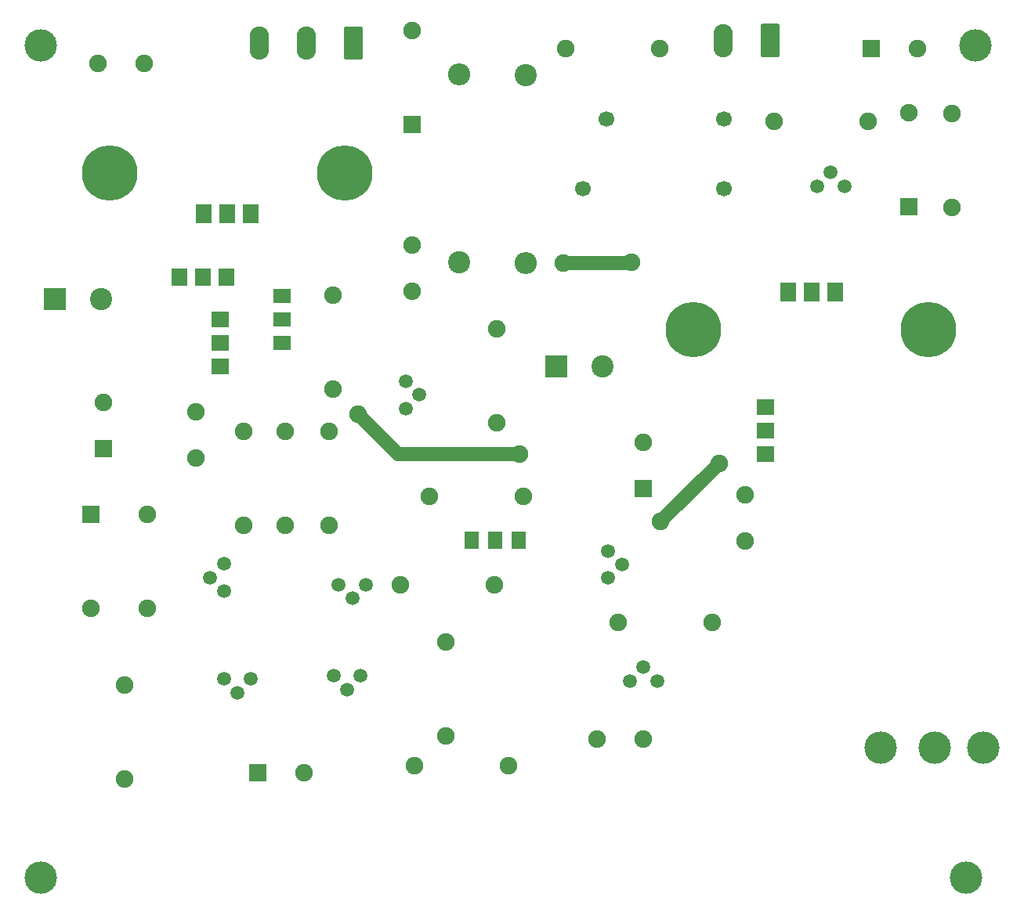
<source format=gbr>
G04 #@! TF.GenerationSoftware,KiCad,Pcbnew,(5.0.0)*
G04 #@! TF.CreationDate,2020-04-22T19:32:48+02:00*
G04 #@! TF.ProjectId,BE_Amplificateur_Audio,42455F416D706C696669636174657572,V0*
G04 #@! TF.SameCoordinates,Original*
G04 #@! TF.FileFunction,Copper,L1,Top,Signal*
G04 #@! TF.FilePolarity,Positive*
%FSLAX46Y46*%
G04 Gerber Fmt 4.6, Leading zero omitted, Abs format (unit mm)*
G04 Created by KiCad (PCBNEW (5.0.0)) date 04/22/20 19:32:48*
%MOMM*%
%LPD*%
G01*
G04 APERTURE LIST*
G04 #@! TA.AperFunction,ComponentPad*
%ADD10C,1.700000*%
G04 #@! TD*
G04 #@! TA.AperFunction,ComponentPad*
%ADD11C,1.900000*%
G04 #@! TD*
G04 #@! TA.AperFunction,ComponentPad*
%ADD12R,1.900000X1.900000*%
G04 #@! TD*
G04 #@! TA.AperFunction,ComponentPad*
%ADD13O,2.080000X3.600000*%
G04 #@! TD*
G04 #@! TA.AperFunction,Conductor*
%ADD14C,0.100000*%
G04 #@! TD*
G04 #@! TA.AperFunction,ComponentPad*
%ADD15C,2.080000*%
G04 #@! TD*
G04 #@! TA.AperFunction,ComponentPad*
%ADD16R,2.400000X2.400000*%
G04 #@! TD*
G04 #@! TA.AperFunction,ComponentPad*
%ADD17C,2.400000*%
G04 #@! TD*
G04 #@! TA.AperFunction,ComponentPad*
%ADD18O,1.900000X1.900000*%
G04 #@! TD*
G04 #@! TA.AperFunction,ComponentPad*
%ADD19C,6.000000*%
G04 #@! TD*
G04 #@! TA.AperFunction,ComponentPad*
%ADD20C,1.500000*%
G04 #@! TD*
G04 #@! TA.AperFunction,ComponentPad*
%ADD21R,1.900000X1.700000*%
G04 #@! TD*
G04 #@! TA.AperFunction,ComponentPad*
%ADD22R,1.700000X1.900000*%
G04 #@! TD*
G04 #@! TA.AperFunction,ComponentPad*
%ADD23R,1.800000X2.000000*%
G04 #@! TD*
G04 #@! TA.AperFunction,ComponentPad*
%ADD24O,2.400000X2.400000*%
G04 #@! TD*
G04 #@! TA.AperFunction,ComponentPad*
%ADD25R,1.900000X1.500000*%
G04 #@! TD*
G04 #@! TA.AperFunction,ComponentPad*
%ADD26R,1.500000X1.900000*%
G04 #@! TD*
G04 #@! TA.AperFunction,ComponentPad*
%ADD27C,3.500000*%
G04 #@! TD*
G04 #@! TA.AperFunction,ViaPad*
%ADD28C,3.500000*%
G04 #@! TD*
G04 #@! TA.AperFunction,ViaPad*
%ADD29C,1.900000*%
G04 #@! TD*
G04 #@! TA.AperFunction,Conductor*
%ADD30C,1.500000*%
G04 #@! TD*
G04 APERTURE END LIST*
D10*
G04 #@! TO.P,U1,7*
G04 #@! TO.N,Net-(R11-Pad2)*
X91498100Y-42692800D03*
G04 #@! TO.P,U1,1*
G04 #@! TO.N,Net-(J2-Pad2)*
X94038100Y-35092800D03*
G04 #@! TO.P,U1,6*
G04 #@! TO.N,Net-(D1-Pad2)*
X106738100Y-42692800D03*
G04 #@! TO.P,U1,2*
G04 #@! TO.N,Net-(R16-Pad1)*
X106738100Y-35092800D03*
G04 #@! TD*
D11*
G04 #@! TO.P,C3,2*
G04 #@! TO.N,-12V*
X127631200Y-27533600D03*
D12*
G04 #@! TO.P,C3,1*
G04 #@! TO.N,Net-(C3-Pad1)*
X122631200Y-27533600D03*
G04 #@! TD*
D11*
G04 #@! TO.P,C5,2*
G04 #@! TO.N,GND*
X49644300Y-66805800D03*
G04 #@! TO.P,C5,1*
G04 #@! TO.N,+12V*
X49644300Y-71805800D03*
G04 #@! TD*
G04 #@! TO.P,C7,1*
G04 #@! TO.N,GND*
X108966000Y-75742800D03*
G04 #@! TO.P,C7,2*
G04 #@! TO.N,-12V*
X108966000Y-80742800D03*
G04 #@! TD*
G04 #@! TO.P,C9,2*
G04 #@! TO.N,+12V*
X39069000Y-29095700D03*
G04 #@! TO.P,C9,1*
G04 #@! TO.N,GND*
X44069000Y-29095700D03*
G04 #@! TD*
G04 #@! TO.P,C11,1*
G04 #@! TO.N,-12V*
X73050400Y-48742600D03*
G04 #@! TO.P,C11,2*
G04 #@! TO.N,GND*
X73050400Y-53742600D03*
G04 #@! TD*
D13*
G04 #@! TO.P,J2,2*
G04 #@! TO.N,Net-(J2-Pad2)*
X106629200Y-26619200D03*
D14*
G04 #@! TD*
G04 #@! TO.N,GND*
G04 #@! TO.C,J2*
G36*
X112523705Y-24820404D02*
X112547973Y-24824004D01*
X112571772Y-24829965D01*
X112594871Y-24838230D01*
X112617050Y-24848720D01*
X112638093Y-24861332D01*
X112657799Y-24875947D01*
X112675977Y-24892423D01*
X112692453Y-24910601D01*
X112707068Y-24930307D01*
X112719680Y-24951350D01*
X112730170Y-24973529D01*
X112738435Y-24996628D01*
X112744396Y-25020427D01*
X112747996Y-25044695D01*
X112749200Y-25069199D01*
X112749200Y-28169201D01*
X112747996Y-28193705D01*
X112744396Y-28217973D01*
X112738435Y-28241772D01*
X112730170Y-28264871D01*
X112719680Y-28287050D01*
X112707068Y-28308093D01*
X112692453Y-28327799D01*
X112675977Y-28345977D01*
X112657799Y-28362453D01*
X112638093Y-28377068D01*
X112617050Y-28389680D01*
X112594871Y-28400170D01*
X112571772Y-28408435D01*
X112547973Y-28414396D01*
X112523705Y-28417996D01*
X112499201Y-28419200D01*
X110919199Y-28419200D01*
X110894695Y-28417996D01*
X110870427Y-28414396D01*
X110846628Y-28408435D01*
X110823529Y-28400170D01*
X110801350Y-28389680D01*
X110780307Y-28377068D01*
X110760601Y-28362453D01*
X110742423Y-28345977D01*
X110725947Y-28327799D01*
X110711332Y-28308093D01*
X110698720Y-28287050D01*
X110688230Y-28264871D01*
X110679965Y-28241772D01*
X110674004Y-28217973D01*
X110670404Y-28193705D01*
X110669200Y-28169201D01*
X110669200Y-25069199D01*
X110670404Y-25044695D01*
X110674004Y-25020427D01*
X110679965Y-24996628D01*
X110688230Y-24973529D01*
X110698720Y-24951350D01*
X110711332Y-24930307D01*
X110725947Y-24910601D01*
X110742423Y-24892423D01*
X110760601Y-24875947D01*
X110780307Y-24861332D01*
X110801350Y-24848720D01*
X110823529Y-24838230D01*
X110846628Y-24829965D01*
X110870427Y-24824004D01*
X110894695Y-24820404D01*
X110919199Y-24819200D01*
X112499201Y-24819200D01*
X112523705Y-24820404D01*
X112523705Y-24820404D01*
G37*
D15*
G04 #@! TO.P,J2,1*
G04 #@! TO.N,GND*
X111709200Y-26619200D03*
G04 #@! TD*
D12*
G04 #@! TO.P,C1,1*
G04 #@! TO.N,Net-(C1-Pad1)*
X56349900Y-105791000D03*
D11*
G04 #@! TO.P,C1,2*
G04 #@! TO.N,Net-(C1-Pad2)*
X61349900Y-105791000D03*
G04 #@! TD*
G04 #@! TO.P,C2,1*
G04 #@! TO.N,Net-(C2-Pad1)*
X92989400Y-102209600D03*
G04 #@! TO.P,C2,2*
G04 #@! TO.N,Net-(C2-Pad2)*
X97989400Y-102209600D03*
G04 #@! TD*
G04 #@! TO.P,C4,2*
G04 #@! TO.N,GND*
X39662100Y-65764400D03*
D12*
G04 #@! TO.P,C4,1*
G04 #@! TO.N,+12V*
X39662100Y-70764400D03*
G04 #@! TD*
G04 #@! TO.P,C6,1*
G04 #@! TO.N,GND*
X97993200Y-75082400D03*
D11*
G04 #@! TO.P,C6,2*
G04 #@! TO.N,-12V*
X97993200Y-70082400D03*
G04 #@! TD*
D16*
G04 #@! TO.P,C8,1*
G04 #@! TO.N,+12V*
X34366200Y-54622700D03*
D17*
G04 #@! TO.P,C8,2*
G04 #@! TO.N,GND*
X39366200Y-54622700D03*
G04 #@! TD*
D16*
G04 #@! TO.P,C10,1*
G04 #@! TO.N,GND*
X88607900Y-61887100D03*
D17*
G04 #@! TO.P,C10,2*
G04 #@! TO.N,-12V*
X93607900Y-61887100D03*
G04 #@! TD*
D12*
G04 #@! TO.P,D1,1*
G04 #@! TO.N,+12V*
X72999600Y-35674300D03*
D18*
G04 #@! TO.P,D1,2*
G04 #@! TO.N,Net-(D1-Pad2)*
X72999600Y-25514300D03*
G04 #@! TD*
D12*
G04 #@! TO.P,D2,1*
G04 #@! TO.N,Net-(D2-Pad1)*
X126695200Y-44640500D03*
D18*
G04 #@! TO.P,D2,2*
G04 #@! TO.N,Net-(C3-Pad1)*
X126695200Y-34480500D03*
G04 #@! TD*
G04 #@! TO.P,Dz1,2*
G04 #@! TO.N,Net-(Dz1-Pad2)*
X38328600Y-88074500D03*
D12*
G04 #@! TO.P,Dz1,1*
G04 #@! TO.N,+12V*
X38328600Y-77914500D03*
G04 #@! TD*
D19*
G04 #@! TO.P,HS1,1*
G04 #@! TO.N,N/C*
X103420462Y-57855449D03*
X128820462Y-57855449D03*
G04 #@! TD*
G04 #@! TO.P,HS2,1*
G04 #@! TO.N,N/C*
X40360600Y-40970200D03*
X65760600Y-40970200D03*
G04 #@! TD*
D14*
G04 #@! TO.N,-12V*
G04 #@! TO.C,J3*
G36*
X67476805Y-25112504D02*
X67501073Y-25116104D01*
X67524872Y-25122065D01*
X67547971Y-25130330D01*
X67570150Y-25140820D01*
X67591193Y-25153432D01*
X67610899Y-25168047D01*
X67629077Y-25184523D01*
X67645553Y-25202701D01*
X67660168Y-25222407D01*
X67672780Y-25243450D01*
X67683270Y-25265629D01*
X67691535Y-25288728D01*
X67697496Y-25312527D01*
X67701096Y-25336795D01*
X67702300Y-25361299D01*
X67702300Y-28461301D01*
X67701096Y-28485805D01*
X67697496Y-28510073D01*
X67691535Y-28533872D01*
X67683270Y-28556971D01*
X67672780Y-28579150D01*
X67660168Y-28600193D01*
X67645553Y-28619899D01*
X67629077Y-28638077D01*
X67610899Y-28654553D01*
X67591193Y-28669168D01*
X67570150Y-28681780D01*
X67547971Y-28692270D01*
X67524872Y-28700535D01*
X67501073Y-28706496D01*
X67476805Y-28710096D01*
X67452301Y-28711300D01*
X65872299Y-28711300D01*
X65847795Y-28710096D01*
X65823527Y-28706496D01*
X65799728Y-28700535D01*
X65776629Y-28692270D01*
X65754450Y-28681780D01*
X65733407Y-28669168D01*
X65713701Y-28654553D01*
X65695523Y-28638077D01*
X65679047Y-28619899D01*
X65664432Y-28600193D01*
X65651820Y-28579150D01*
X65641330Y-28556971D01*
X65633065Y-28533872D01*
X65627104Y-28510073D01*
X65623504Y-28485805D01*
X65622300Y-28461301D01*
X65622300Y-25361299D01*
X65623504Y-25336795D01*
X65627104Y-25312527D01*
X65633065Y-25288728D01*
X65641330Y-25265629D01*
X65651820Y-25243450D01*
X65664432Y-25222407D01*
X65679047Y-25202701D01*
X65695523Y-25184523D01*
X65713701Y-25168047D01*
X65733407Y-25153432D01*
X65754450Y-25140820D01*
X65776629Y-25130330D01*
X65799728Y-25122065D01*
X65823527Y-25116104D01*
X65847795Y-25112504D01*
X65872299Y-25111300D01*
X67452301Y-25111300D01*
X67476805Y-25112504D01*
X67476805Y-25112504D01*
G37*
D15*
G04 #@! TD*
G04 #@! TO.P,J3,1*
G04 #@! TO.N,-12V*
X66662300Y-26911300D03*
D13*
G04 #@! TO.P,J3,2*
G04 #@! TO.N,GND*
X61582300Y-26911300D03*
G04 #@! TO.P,J3,3*
G04 #@! TO.N,+12V*
X56502300Y-26911300D03*
G04 #@! TD*
D20*
G04 #@! TO.P,Q1,1*
G04 #@! TO.N,Net-(Q1-Pad1)*
X52695500Y-95645300D03*
G04 #@! TO.P,Q1,2*
G04 #@! TO.N,Net-(C1-Pad1)*
X54165500Y-97145300D03*
G04 #@! TO.P,Q1,3*
G04 #@! TO.N,Net-(C2-Pad2)*
X55595500Y-95645300D03*
G04 #@! TD*
G04 #@! TO.P,Q2,1*
G04 #@! TO.N,Net-(Q1-Pad1)*
X64557300Y-95302400D03*
G04 #@! TO.P,Q2,2*
G04 #@! TO.N,Net-(Q2-Pad2)*
X66027300Y-96802400D03*
G04 #@! TO.P,Q2,3*
G04 #@! TO.N,Net-(Q2-Pad3)*
X67457300Y-95302400D03*
G04 #@! TD*
G04 #@! TO.P,Q3,3*
G04 #@! TO.N,Net-(Q1-Pad1)*
X52652600Y-86151700D03*
G04 #@! TO.P,Q3,2*
G04 #@! TO.N,Net-(Dz1-Pad2)*
X51152600Y-84721700D03*
G04 #@! TO.P,Q3,1*
G04 #@! TO.N,Net-(Q3-Pad1)*
X52652600Y-83251700D03*
G04 #@! TD*
G04 #@! TO.P,Q4,3*
G04 #@! TO.N,Net-(C2-Pad1)*
X96588600Y-95908800D03*
G04 #@! TO.P,Q4,2*
G04 #@! TO.N,Net-(C2-Pad2)*
X98018600Y-94408800D03*
G04 #@! TO.P,Q4,1*
G04 #@! TO.N,Net-(Q4-Pad1)*
X99488600Y-95908800D03*
G04 #@! TD*
G04 #@! TO.P,Q5,1*
G04 #@! TO.N,Net-(Q5-Pad1)*
X94207200Y-84743900D03*
G04 #@! TO.P,Q5,2*
G04 #@! TO.N,Net-(Q4-Pad1)*
X95707200Y-83273900D03*
G04 #@! TO.P,Q5,3*
G04 #@! TO.N,Net-(C2-Pad1)*
X94207200Y-81843900D03*
G04 #@! TD*
G04 #@! TO.P,Q6,3*
G04 #@! TO.N,Net-(Q6-Pad3)*
X72315400Y-63517800D03*
G04 #@! TO.P,Q6,2*
G04 #@! TO.N,Net-(Q6-Pad2)*
X73815400Y-64947800D03*
G04 #@! TO.P,Q6,1*
G04 #@! TO.N,Net-(Q6-Pad1)*
X72315400Y-66417800D03*
G04 #@! TD*
G04 #@! TO.P,Q7,1*
G04 #@! TO.N,Net-(Q7-Pad1)*
X65090700Y-85459900D03*
G04 #@! TO.P,Q7,2*
G04 #@! TO.N,Net-(Q6-Pad2)*
X66560700Y-86959900D03*
G04 #@! TO.P,Q7,3*
G04 #@! TO.N,Net-(Q7-Pad3)*
X67990700Y-85459900D03*
G04 #@! TD*
D21*
G04 #@! TO.P,Q8,1*
G04 #@! TO.N,Net-(C2-Pad1)*
X52298600Y-61836300D03*
G04 #@! TO.P,Q8,2*
G04 #@! TO.N,Net-(Q6-Pad3)*
X52298600Y-59296300D03*
G04 #@! TO.P,Q8,3*
G04 #@! TO.N,Net-(Q8-Pad3)*
X52298600Y-56756300D03*
G04 #@! TD*
D22*
G04 #@! TO.P,Q9,1*
G04 #@! TO.N,Net-(Q10-Pad2)*
X52946300Y-52209700D03*
G04 #@! TO.P,Q9,2*
G04 #@! TO.N,Net-(Q10-Pad1)*
X50406300Y-52209700D03*
G04 #@! TO.P,Q9,3*
G04 #@! TO.N,Net-(Q6-Pad3)*
X47866300Y-52209700D03*
G04 #@! TD*
D23*
G04 #@! TO.P,Q10,3*
G04 #@! TO.N,+12V*
X55549800Y-45377100D03*
G04 #@! TO.P,Q10,2*
G04 #@! TO.N,Net-(Q10-Pad2)*
X53009800Y-45377100D03*
G04 #@! TO.P,Q10,1*
G04 #@! TO.N,Net-(Q10-Pad1)*
X50469800Y-45377100D03*
G04 #@! TD*
D21*
G04 #@! TO.P,Q11,3*
G04 #@! TO.N,Net-(C2-Pad1)*
X111188500Y-71348600D03*
G04 #@! TO.P,Q11,2*
G04 #@! TO.N,Net-(Q11-Pad2)*
X111188500Y-68808600D03*
G04 #@! TO.P,Q11,1*
G04 #@! TO.N,Net-(Q11-Pad1)*
X111188500Y-66268600D03*
G04 #@! TD*
D23*
G04 #@! TO.P,Q12,1*
G04 #@! TO.N,Net-(Q11-Pad2)*
X118711262Y-53842249D03*
G04 #@! TO.P,Q12,2*
G04 #@! TO.N,-12V*
X116171262Y-53842249D03*
G04 #@! TO.P,Q12,3*
G04 #@! TO.N,Net-(Q11-Pad1)*
X113631262Y-53842249D03*
G04 #@! TD*
D20*
G04 #@! TO.P,Q13,3*
G04 #@! TO.N,Net-(D1-Pad2)*
X116819700Y-42403700D03*
G04 #@! TO.P,Q13,2*
G04 #@! TO.N,Net-(D2-Pad1)*
X118249700Y-40903700D03*
G04 #@! TO.P,Q13,1*
G04 #@! TO.N,GND*
X119719700Y-42403700D03*
G04 #@! TD*
D11*
G04 #@! TO.P,R1,2*
G04 #@! TO.N,GND*
X41960800Y-106527600D03*
G04 #@! TO.P,R1,1*
G04 #@! TO.N,Net-(C1-Pad1)*
X41960800Y-96367600D03*
G04 #@! TD*
G04 #@! TO.P,R2,2*
G04 #@! TO.N,-12V*
X73253600Y-105067100D03*
G04 #@! TO.P,R2,1*
G04 #@! TO.N,Net-(C2-Pad2)*
X83413600Y-105067100D03*
G04 #@! TD*
G04 #@! TO.P,R3,2*
G04 #@! TO.N,-12V*
X76631800Y-101803200D03*
G04 #@! TO.P,R3,1*
G04 #@! TO.N,Net-(Q2-Pad3)*
X76631800Y-91643200D03*
G04 #@! TD*
G04 #@! TO.P,R4,1*
G04 #@! TO.N,+12V*
X54813200Y-68897500D03*
G04 #@! TO.P,R4,2*
G04 #@! TO.N,Net-(Q3-Pad1)*
X54813200Y-79057500D03*
G04 #@! TD*
G04 #@! TO.P,R5,2*
G04 #@! TO.N,GND*
X44424600Y-77851000D03*
G04 #@! TO.P,R5,1*
G04 #@! TO.N,Net-(Dz1-Pad2)*
X44424600Y-88011000D03*
G04 #@! TD*
G04 #@! TO.P,R6,1*
G04 #@! TO.N,Net-(Q5-Pad1)*
X95275400Y-89522300D03*
G04 #@! TO.P,R6,2*
G04 #@! TO.N,-12V*
X105435400Y-89522300D03*
G04 #@! TD*
G04 #@! TO.P,R7,2*
G04 #@! TO.N,Net-(Q6-Pad1)*
X64046100Y-79019400D03*
G04 #@! TO.P,R7,1*
G04 #@! TO.N,+12V*
X64046100Y-68859400D03*
G04 #@! TD*
G04 #@! TO.P,R8,1*
G04 #@! TO.N,Net-(C2-Pad1)*
X64452500Y-64363600D03*
G04 #@! TO.P,R8,2*
G04 #@! TO.N,Net-(R8-Pad2)*
X64452500Y-54203600D03*
G04 #@! TD*
G04 #@! TO.P,R9,1*
G04 #@! TO.N,+12V*
X59270900Y-68859400D03*
G04 #@! TO.P,R9,2*
G04 #@! TO.N,Net-(Q7-Pad1)*
X59270900Y-79019400D03*
G04 #@! TD*
G04 #@! TO.P,R10,1*
G04 #@! TO.N,Net-(Q7-Pad3)*
X71755000Y-85471000D03*
G04 #@! TO.P,R10,2*
G04 #@! TO.N,Net-(R10-Pad2)*
X81915000Y-85471000D03*
G04 #@! TD*
D17*
G04 #@! TO.P,R11,1*
G04 #@! TO.N,Net-(Q10-Pad2)*
X78092300Y-50596800D03*
D24*
G04 #@! TO.P,R11,2*
G04 #@! TO.N,Net-(R11-Pad2)*
X78092300Y-30276800D03*
G04 #@! TD*
G04 #@! TO.P,R12,2*
G04 #@! TO.N,Net-(Q11-Pad1)*
X85293200Y-50685700D03*
D17*
G04 #@! TO.P,R12,1*
G04 #@! TO.N,Net-(R11-Pad2)*
X85293200Y-30365700D03*
G04 #@! TD*
D11*
G04 #@! TO.P,R13,2*
G04 #@! TO.N,GND*
X99783900Y-27508200D03*
G04 #@! TO.P,R13,1*
G04 #@! TO.N,Net-(R11-Pad2)*
X89623900Y-27508200D03*
G04 #@! TD*
G04 #@! TO.P,R14,1*
G04 #@! TO.N,Net-(R11-Pad2)*
X82181700Y-57848500D03*
G04 #@! TO.P,R14,2*
G04 #@! TO.N,Net-(Q2-Pad2)*
X82181700Y-68008500D03*
G04 #@! TD*
G04 #@! TO.P,R15,1*
G04 #@! TO.N,Net-(Q2-Pad2)*
X74879200Y-75907900D03*
G04 #@! TO.P,R15,2*
G04 #@! TO.N,GND*
X85039200Y-75907900D03*
G04 #@! TD*
G04 #@! TO.P,R16,2*
G04 #@! TO.N,Net-(C3-Pad1)*
X122275600Y-35331400D03*
G04 #@! TO.P,R16,1*
G04 #@! TO.N,Net-(R16-Pad1)*
X112115600Y-35331400D03*
G04 #@! TD*
G04 #@! TO.P,R17,1*
G04 #@! TO.N,Net-(D2-Pad1)*
X131381500Y-44691300D03*
G04 #@! TO.P,R17,2*
G04 #@! TO.N,GND*
X131381500Y-34531300D03*
G04 #@! TD*
D25*
G04 #@! TO.P,RV1,3*
G04 #@! TO.N,Net-(R8-Pad2)*
X58953400Y-54279800D03*
G04 #@! TO.P,RV1,2*
G04 #@! TO.N,Net-(Q8-Pad3)*
X58953400Y-56819800D03*
G04 #@! TO.P,RV1,1*
G04 #@! TO.N,Net-(Q6-Pad3)*
X58953400Y-59359800D03*
G04 #@! TD*
D26*
G04 #@! TO.P,RV2,1*
G04 #@! TO.N,Net-(R10-Pad2)*
X84493100Y-80683100D03*
G04 #@! TO.P,RV2,2*
X81953100Y-80683100D03*
G04 #@! TO.P,RV2,3*
G04 #@! TO.N,GND*
X79413100Y-80683100D03*
G04 #@! TD*
D27*
G04 #@! TO.P,U2,TN*
G04 #@! TO.N,Net-(U2-PadTN)*
X123667900Y-103085900D03*
G04 #@! TO.P,U2,G*
G04 #@! TO.N,GND*
X134767900Y-103085900D03*
G04 #@! TO.P,U2,T*
G04 #@! TO.N,Net-(C1-Pad2)*
X129467900Y-103085900D03*
G04 #@! TD*
D28*
G04 #@! TO.N,*
X32863800Y-27199600D03*
X133863800Y-27199600D03*
X32863800Y-117199600D03*
X132863800Y-117199600D03*
D29*
G04 #@! TO.N,Net-(C2-Pad1)*
X99847400Y-78663800D03*
X106210102Y-72339200D03*
X67208400Y-67056000D03*
X84632800Y-71361300D03*
G04 #@! TO.N,Net-(Q11-Pad1)*
X89395300Y-50736502D03*
X96723200Y-50634900D03*
G04 #@! TD*
D30*
G04 #@! TO.N,Net-(C2-Pad1)*
X99847400Y-78663800D02*
X106172002Y-72339200D01*
X106172002Y-72339200D02*
X106210102Y-72339200D01*
X67208400Y-67056000D02*
X71513700Y-71361300D01*
X71513700Y-71361300D02*
X83289298Y-71361300D01*
X83289298Y-71361300D02*
X84632800Y-71361300D01*
G04 #@! TO.N,Net-(Q11-Pad1)*
X89395300Y-50736502D02*
X96621598Y-50736502D01*
X96621598Y-50736502D02*
X96723200Y-50634900D01*
G04 #@! TD*
M02*

</source>
